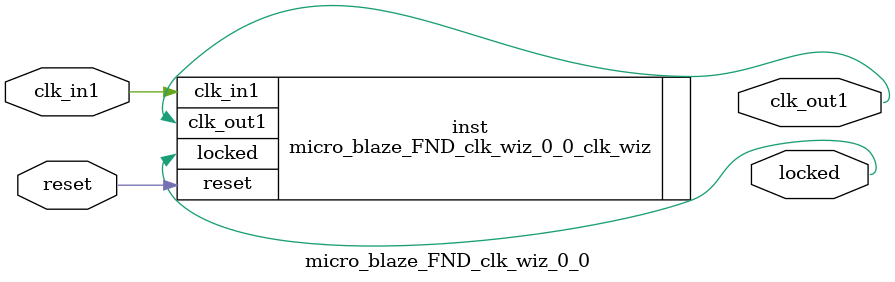
<source format=v>


`timescale 1ps/1ps

(* CORE_GENERATION_INFO = "micro_blaze_FND_clk_wiz_0_0,clk_wiz_v6_0_4_0_0,{component_name=micro_blaze_FND_clk_wiz_0_0,use_phase_alignment=true,use_min_o_jitter=false,use_max_i_jitter=false,use_dyn_phase_shift=false,use_inclk_switchover=false,use_dyn_reconfig=false,enable_axi=0,feedback_source=FDBK_AUTO,PRIMITIVE=MMCM,num_out_clk=1,clkin1_period=10.000,clkin2_period=10.000,use_power_down=false,use_reset=true,use_locked=true,use_inclk_stopped=false,feedback_type=SINGLE,CLOCK_MGR_TYPE=NA,manual_override=false}" *)

module micro_blaze_FND_clk_wiz_0_0 
 (
  // Clock out ports
  output        clk_out1,
  // Status and control signals
  input         reset,
  output        locked,
 // Clock in ports
  input         clk_in1
 );

  micro_blaze_FND_clk_wiz_0_0_clk_wiz inst
  (
  // Clock out ports  
  .clk_out1(clk_out1),
  // Status and control signals               
  .reset(reset), 
  .locked(locked),
 // Clock in ports
  .clk_in1(clk_in1)
  );

endmodule

</source>
